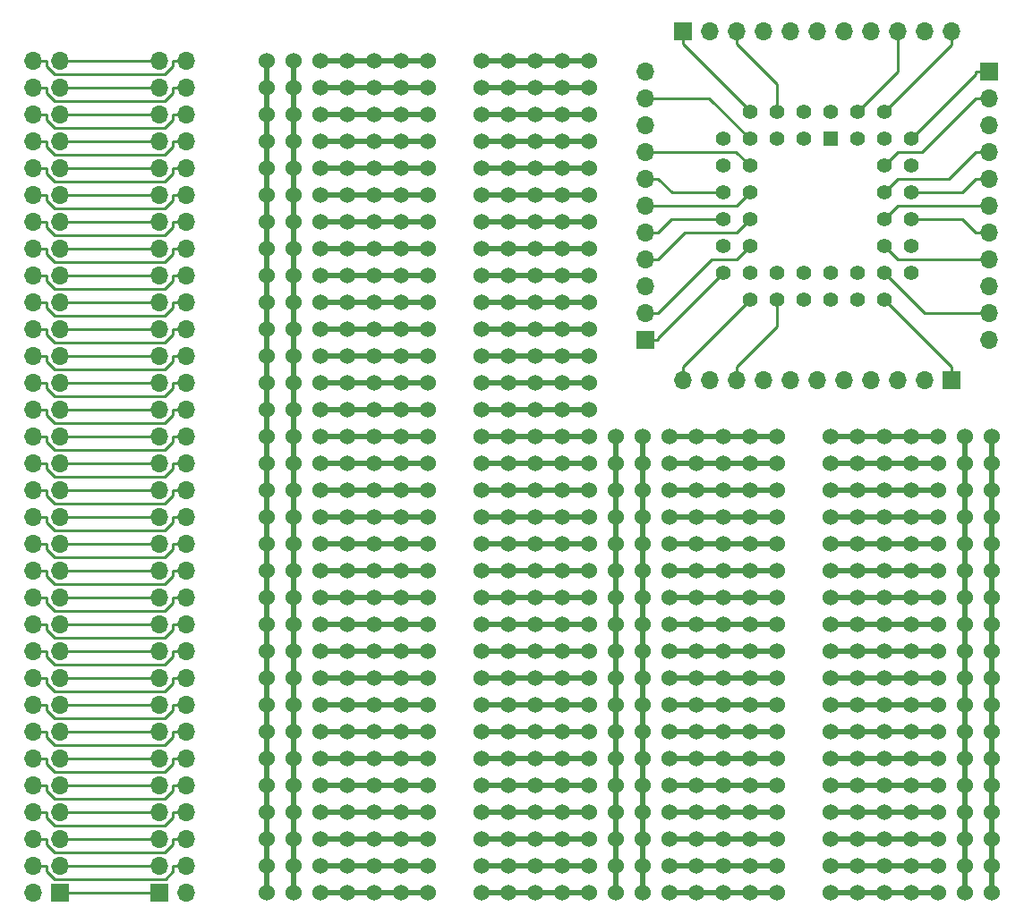
<source format=gtl>
G04 #@! TF.GenerationSoftware,KiCad,Pcbnew,(6.0.2)*
G04 #@! TF.CreationDate,2022-10-17T08:50:39-07:00*
G04 #@! TF.ProjectId,Protoboard PLCC,50726f74-6f62-46f6-9172-6420504c4343,1.0*
G04 #@! TF.SameCoordinates,Original*
G04 #@! TF.FileFunction,Copper,L1,Top*
G04 #@! TF.FilePolarity,Positive*
%FSLAX46Y46*%
G04 Gerber Fmt 4.6, Leading zero omitted, Abs format (unit mm)*
G04 Created by KiCad (PCBNEW (6.0.2)) date 2022-10-17 08:50:39*
%MOMM*%
%LPD*%
G01*
G04 APERTURE LIST*
G04 #@! TA.AperFunction,ComponentPad*
%ADD10C,1.524000*%
G04 #@! TD*
G04 #@! TA.AperFunction,ComponentPad*
%ADD11R,1.700000X1.700000*%
G04 #@! TD*
G04 #@! TA.AperFunction,ComponentPad*
%ADD12O,1.700000X1.700000*%
G04 #@! TD*
G04 #@! TA.AperFunction,ComponentPad*
%ADD13R,1.422400X1.422400*%
G04 #@! TD*
G04 #@! TA.AperFunction,ComponentPad*
%ADD14C,1.422400*%
G04 #@! TD*
G04 #@! TA.AperFunction,Conductor*
%ADD15C,0.500000*%
G04 #@! TD*
G04 #@! TA.AperFunction,Conductor*
%ADD16C,0.254000*%
G04 #@! TD*
G04 #@! TA.AperFunction,Conductor*
%ADD17C,0.200000*%
G04 #@! TD*
G04 APERTURE END LIST*
D10*
X176022000Y-107948000D03*
X178562000Y-107948000D03*
X181102000Y-107948000D03*
X183642000Y-107948000D03*
X186182000Y-107948000D03*
X176022000Y-110488000D03*
X178562000Y-110488000D03*
X181102000Y-110488000D03*
X183642000Y-110488000D03*
X186182000Y-110488000D03*
X176022000Y-92710000D03*
X178562000Y-92710000D03*
X181102000Y-92710000D03*
X183642000Y-92710000D03*
X186182000Y-92710000D03*
X176022000Y-95250000D03*
X178562000Y-95250000D03*
X181102000Y-95250000D03*
X183642000Y-95250000D03*
X186182000Y-95250000D03*
X176022000Y-97788000D03*
X178562000Y-97788000D03*
X181102000Y-97788000D03*
X183642000Y-97788000D03*
X186182000Y-97788000D03*
X176022000Y-100328000D03*
X178562000Y-100328000D03*
X181102000Y-100328000D03*
X183642000Y-100328000D03*
X186182000Y-100328000D03*
X176022000Y-118108000D03*
X178562000Y-118108000D03*
X181102000Y-118108000D03*
X183642000Y-118108000D03*
X186182000Y-118108000D03*
X176022000Y-120648000D03*
X178562000Y-120648000D03*
X181102000Y-120648000D03*
X183642000Y-120648000D03*
X186182000Y-120648000D03*
X176022000Y-123188000D03*
X178562000Y-123188000D03*
X181102000Y-123188000D03*
X183642000Y-123188000D03*
X186182000Y-123188000D03*
X176022000Y-125728000D03*
X178562000Y-125728000D03*
X181102000Y-125728000D03*
X183642000Y-125728000D03*
X186182000Y-125728000D03*
X176022000Y-102868000D03*
X178562000Y-102868000D03*
X181102000Y-102868000D03*
X183642000Y-102868000D03*
X186182000Y-102868000D03*
X176022000Y-105408000D03*
X178562000Y-105408000D03*
X181102000Y-105408000D03*
X183642000Y-105408000D03*
X186182000Y-105408000D03*
X176022000Y-128270000D03*
X178562000Y-128270000D03*
X181102000Y-128270000D03*
X183642000Y-128270000D03*
X186182000Y-128270000D03*
X176022000Y-130810000D03*
X178562000Y-130810000D03*
X181102000Y-130810000D03*
X183642000Y-130810000D03*
X186182000Y-130810000D03*
X176022000Y-133350000D03*
X178562000Y-133350000D03*
X181102000Y-133350000D03*
X183642000Y-133350000D03*
X186182000Y-133350000D03*
X176022000Y-135890000D03*
X178562000Y-135890000D03*
X181102000Y-135890000D03*
X183642000Y-135890000D03*
X186182000Y-135890000D03*
X176022000Y-113030000D03*
X178562000Y-113030000D03*
X181102000Y-113030000D03*
X183642000Y-113030000D03*
X186182000Y-113030000D03*
X176022000Y-115570000D03*
X178562000Y-115570000D03*
X181102000Y-115570000D03*
X183642000Y-115570000D03*
X186182000Y-115570000D03*
X158242000Y-135890000D03*
X155702000Y-135890000D03*
X170942000Y-110488000D03*
X168402000Y-110488000D03*
X165862000Y-110488000D03*
X163322000Y-110488000D03*
X160782000Y-110488000D03*
X170942000Y-107948000D03*
X168402000Y-107948000D03*
X165862000Y-107948000D03*
X163322000Y-107948000D03*
X160782000Y-107948000D03*
X170942000Y-100328000D03*
X168402000Y-100328000D03*
X165862000Y-100328000D03*
X163322000Y-100328000D03*
X160782000Y-100328000D03*
X170942000Y-97788000D03*
X168402000Y-97788000D03*
X165862000Y-97788000D03*
X163322000Y-97788000D03*
X160782000Y-97788000D03*
X170942000Y-120648000D03*
X168402000Y-120648000D03*
X165862000Y-120648000D03*
X163322000Y-120648000D03*
X160782000Y-120648000D03*
X170942000Y-118108000D03*
X168402000Y-118108000D03*
X165862000Y-118108000D03*
X163322000Y-118108000D03*
X160782000Y-118108000D03*
X170942000Y-125728000D03*
X168402000Y-125728000D03*
X165862000Y-125728000D03*
X163322000Y-125728000D03*
X160782000Y-125728000D03*
X170942000Y-123188000D03*
X168402000Y-123188000D03*
X165862000Y-123188000D03*
X163322000Y-123188000D03*
X160782000Y-123188000D03*
X170942000Y-95250000D03*
X168402000Y-95250000D03*
X165862000Y-95250000D03*
X163322000Y-95250000D03*
X160782000Y-95250000D03*
X170942000Y-92710000D03*
X168402000Y-92710000D03*
X165862000Y-92710000D03*
X163322000Y-92710000D03*
X160782000Y-92710000D03*
X170942000Y-105408000D03*
X168402000Y-105408000D03*
X165862000Y-105408000D03*
X163322000Y-105408000D03*
X160782000Y-105408000D03*
X170942000Y-102868000D03*
X168402000Y-102868000D03*
X165862000Y-102868000D03*
X163322000Y-102868000D03*
X160782000Y-102868000D03*
X170942000Y-130810000D03*
X168402000Y-130810000D03*
X165862000Y-130810000D03*
X163322000Y-130810000D03*
X160782000Y-130810000D03*
X170942000Y-128270000D03*
X168402000Y-128270000D03*
X165862000Y-128270000D03*
X163322000Y-128270000D03*
X160782000Y-128270000D03*
X170942000Y-135890000D03*
X168402000Y-135890000D03*
X165862000Y-135890000D03*
X163322000Y-135890000D03*
X160782000Y-135890000D03*
X170942000Y-133350000D03*
X168402000Y-133350000D03*
X165862000Y-133350000D03*
X163322000Y-133350000D03*
X160782000Y-133350000D03*
X170942000Y-115570000D03*
X168402000Y-115570000D03*
X165862000Y-115570000D03*
X163322000Y-115570000D03*
X160782000Y-115570000D03*
X170942000Y-113030000D03*
X168402000Y-113030000D03*
X165862000Y-113030000D03*
X163322000Y-113030000D03*
X160782000Y-113030000D03*
X127762000Y-133350000D03*
X130302000Y-133350000D03*
X132842000Y-133350000D03*
X135382000Y-133350000D03*
X137922000Y-133350000D03*
X127762000Y-135890000D03*
X130302000Y-135890000D03*
X132842000Y-135890000D03*
X135382000Y-135890000D03*
X137922000Y-135890000D03*
X127762000Y-77472000D03*
X130302000Y-77472000D03*
X132842000Y-77472000D03*
X135382000Y-77472000D03*
X137922000Y-77472000D03*
X127762000Y-80012000D03*
X130302000Y-80012000D03*
X132842000Y-80012000D03*
X135382000Y-80012000D03*
X137922000Y-80012000D03*
X127762000Y-67310000D03*
X130302000Y-67310000D03*
X132842000Y-67310000D03*
X135382000Y-67310000D03*
X137922000Y-67310000D03*
X127762000Y-69850000D03*
X130302000Y-69850000D03*
X132842000Y-69850000D03*
X135382000Y-69850000D03*
X137922000Y-69850000D03*
X127762000Y-72390000D03*
X130302000Y-72390000D03*
X132842000Y-72390000D03*
X135382000Y-72390000D03*
X137922000Y-72390000D03*
X127762000Y-74930000D03*
X130302000Y-74930000D03*
X132842000Y-74930000D03*
X135382000Y-74930000D03*
X137922000Y-74930000D03*
X137922000Y-64770000D03*
X135382000Y-64770000D03*
X132842000Y-64770000D03*
X130302000Y-64770000D03*
X127762000Y-64770000D03*
X137922000Y-62230000D03*
X135382000Y-62230000D03*
X132842000Y-62230000D03*
X130302000Y-62230000D03*
X127762000Y-62230000D03*
X127762000Y-82550000D03*
X130302000Y-82550000D03*
X132842000Y-82550000D03*
X135382000Y-82550000D03*
X137922000Y-82550000D03*
X127762000Y-85090000D03*
X130302000Y-85090000D03*
X132842000Y-85090000D03*
X135382000Y-85090000D03*
X137922000Y-85090000D03*
X127762000Y-107948000D03*
X130302000Y-107948000D03*
X132842000Y-107948000D03*
X135382000Y-107948000D03*
X137922000Y-107948000D03*
X127762000Y-110488000D03*
X130302000Y-110488000D03*
X132842000Y-110488000D03*
X135382000Y-110488000D03*
X137922000Y-110488000D03*
X127762000Y-97788000D03*
X130302000Y-97788000D03*
X132842000Y-97788000D03*
X135382000Y-97788000D03*
X137922000Y-97788000D03*
X127762000Y-100328000D03*
X130302000Y-100328000D03*
X132842000Y-100328000D03*
X135382000Y-100328000D03*
X137922000Y-100328000D03*
X127762000Y-118108000D03*
X130302000Y-118108000D03*
X132842000Y-118108000D03*
X135382000Y-118108000D03*
X137922000Y-118108000D03*
X127762000Y-120648000D03*
X130302000Y-120648000D03*
X132842000Y-120648000D03*
X135382000Y-120648000D03*
X137922000Y-120648000D03*
X127762000Y-123188000D03*
X130302000Y-123188000D03*
X132842000Y-123188000D03*
X135382000Y-123188000D03*
X137922000Y-123188000D03*
X127762000Y-125728000D03*
X130302000Y-125728000D03*
X132842000Y-125728000D03*
X135382000Y-125728000D03*
X137922000Y-125728000D03*
X127762000Y-92710000D03*
X130302000Y-92710000D03*
X132842000Y-92710000D03*
X135382000Y-92710000D03*
X137922000Y-92710000D03*
X127762000Y-95250000D03*
X130302000Y-95250000D03*
X132842000Y-95250000D03*
X135382000Y-95250000D03*
X137922000Y-95250000D03*
X127762000Y-87630000D03*
X130302000Y-87630000D03*
X132842000Y-87630000D03*
X135382000Y-87630000D03*
X137922000Y-87630000D03*
X127762000Y-90170000D03*
X130302000Y-90170000D03*
X132842000Y-90170000D03*
X135382000Y-90170000D03*
X137922000Y-90170000D03*
X127762000Y-102868000D03*
X130302000Y-102868000D03*
X132842000Y-102868000D03*
X135382000Y-102868000D03*
X137922000Y-102868000D03*
X127762000Y-105408000D03*
X130302000Y-105408000D03*
X132842000Y-105408000D03*
X135382000Y-105408000D03*
X137922000Y-105408000D03*
X127762000Y-128270000D03*
X130302000Y-128270000D03*
X132842000Y-128270000D03*
X135382000Y-128270000D03*
X137922000Y-128270000D03*
X127762000Y-130810000D03*
X130302000Y-130810000D03*
X132842000Y-130810000D03*
X135382000Y-130810000D03*
X137922000Y-130810000D03*
X127762000Y-113030000D03*
X130302000Y-113030000D03*
X132842000Y-113030000D03*
X135382000Y-113030000D03*
X137922000Y-113030000D03*
X127762000Y-115570000D03*
X130302000Y-115570000D03*
X132842000Y-115570000D03*
X135382000Y-115570000D03*
X137922000Y-115570000D03*
X127762000Y-57152000D03*
X130302000Y-57152000D03*
X132842000Y-57152000D03*
X135382000Y-57152000D03*
X137922000Y-57152000D03*
X127762000Y-59692000D03*
X130302000Y-59692000D03*
X132842000Y-59692000D03*
X135382000Y-59692000D03*
X137922000Y-59692000D03*
X143002000Y-128270000D03*
X145542000Y-128270000D03*
X148082000Y-128270000D03*
X150622000Y-128270000D03*
X153162000Y-128270000D03*
X143002000Y-130810000D03*
X145542000Y-130810000D03*
X148082000Y-130810000D03*
X150622000Y-130810000D03*
X153162000Y-130810000D03*
X143002000Y-133350000D03*
X145542000Y-133350000D03*
X148082000Y-133350000D03*
X150622000Y-133350000D03*
X153162000Y-133350000D03*
X143002000Y-135890000D03*
X145542000Y-135890000D03*
X148082000Y-135890000D03*
X150622000Y-135890000D03*
X153162000Y-135890000D03*
X143002000Y-113030000D03*
X145542000Y-113030000D03*
X148082000Y-113030000D03*
X150622000Y-113030000D03*
X153162000Y-113030000D03*
X143002000Y-115570000D03*
X145542000Y-115570000D03*
X148082000Y-115570000D03*
X150622000Y-115570000D03*
X153162000Y-115570000D03*
X143002000Y-102868000D03*
X145542000Y-102868000D03*
X148082000Y-102868000D03*
X150622000Y-102868000D03*
X153162000Y-102868000D03*
X143002000Y-105408000D03*
X145542000Y-105408000D03*
X148082000Y-105408000D03*
X150622000Y-105408000D03*
X153162000Y-105408000D03*
X143002000Y-107948000D03*
X145542000Y-107948000D03*
X148082000Y-107948000D03*
X150622000Y-107948000D03*
X153162000Y-107948000D03*
X143002000Y-110488000D03*
X145542000Y-110488000D03*
X148082000Y-110488000D03*
X150622000Y-110488000D03*
X153162000Y-110488000D03*
X143002000Y-97788000D03*
X145542000Y-97788000D03*
X148082000Y-97788000D03*
X150622000Y-97788000D03*
X153162000Y-97788000D03*
X143002000Y-100328000D03*
X145542000Y-100328000D03*
X148082000Y-100328000D03*
X150622000Y-100328000D03*
X153162000Y-100328000D03*
X143002000Y-118108000D03*
X145542000Y-118108000D03*
X148082000Y-118108000D03*
X150622000Y-118108000D03*
X153162000Y-118108000D03*
X143002000Y-120648000D03*
X145542000Y-120648000D03*
X148082000Y-120648000D03*
X150622000Y-120648000D03*
X153162000Y-120648000D03*
X143002000Y-123188000D03*
X145542000Y-123188000D03*
X148082000Y-123188000D03*
X150622000Y-123188000D03*
X153162000Y-123188000D03*
X143002000Y-125728000D03*
X145542000Y-125728000D03*
X148082000Y-125728000D03*
X150622000Y-125728000D03*
X153162000Y-125728000D03*
X143002000Y-92710000D03*
X145542000Y-92710000D03*
X148082000Y-92710000D03*
X150622000Y-92710000D03*
X153162000Y-92710000D03*
X143002000Y-95250000D03*
X145542000Y-95250000D03*
X148082000Y-95250000D03*
X150622000Y-95250000D03*
X153162000Y-95250000D03*
X143002000Y-87630000D03*
X145542000Y-87630000D03*
X148082000Y-87630000D03*
X150622000Y-87630000D03*
X153162000Y-87630000D03*
X143002000Y-90170000D03*
X145542000Y-90170000D03*
X148082000Y-90170000D03*
X150622000Y-90170000D03*
X153162000Y-90170000D03*
X143002000Y-82550000D03*
X145542000Y-82550000D03*
X148082000Y-82550000D03*
X150622000Y-82550000D03*
X153162000Y-82550000D03*
X143002000Y-85090000D03*
X145542000Y-85090000D03*
X148082000Y-85090000D03*
X150622000Y-85090000D03*
X153162000Y-85090000D03*
X143002000Y-77472000D03*
X145542000Y-77472000D03*
X148082000Y-77472000D03*
X150622000Y-77472000D03*
X153162000Y-77472000D03*
X143002000Y-80012000D03*
X145542000Y-80012000D03*
X148082000Y-80012000D03*
X150622000Y-80012000D03*
X153162000Y-80012000D03*
X143002000Y-72390000D03*
X145542000Y-72390000D03*
X148082000Y-72390000D03*
X150622000Y-72390000D03*
X153162000Y-72390000D03*
X143002000Y-74930000D03*
X145542000Y-74930000D03*
X148082000Y-74930000D03*
X150622000Y-74930000D03*
X153162000Y-74930000D03*
X143002000Y-67310000D03*
X145542000Y-67310000D03*
X148082000Y-67310000D03*
X150622000Y-67310000D03*
X153162000Y-67310000D03*
X143002000Y-69850000D03*
X145542000Y-69850000D03*
X148082000Y-69850000D03*
X150622000Y-69850000D03*
X153162000Y-69850000D03*
X143002000Y-62230000D03*
X145542000Y-62230000D03*
X148082000Y-62230000D03*
X150622000Y-62230000D03*
X153162000Y-62230000D03*
X143002000Y-64770000D03*
X145542000Y-64770000D03*
X148082000Y-64770000D03*
X150622000Y-64770000D03*
X153162000Y-64770000D03*
X125222000Y-95250000D03*
X125222000Y-97790000D03*
X125222000Y-100330000D03*
X125222000Y-102870000D03*
X125222000Y-105410000D03*
X122682000Y-95250000D03*
X122682000Y-97790000D03*
X122682000Y-100330000D03*
X122682000Y-102870000D03*
X122682000Y-105410000D03*
X125222000Y-82550000D03*
X125222000Y-85090000D03*
X125222000Y-87630000D03*
X125222000Y-90170000D03*
X125222000Y-92710000D03*
X122682000Y-82550000D03*
X122682000Y-85090000D03*
X122682000Y-87630000D03*
X122682000Y-90170000D03*
X122682000Y-92710000D03*
X125222000Y-69850000D03*
X125222000Y-72390000D03*
X125222000Y-74930000D03*
X125222000Y-77470000D03*
X125222000Y-80010000D03*
X125222000Y-57150000D03*
X125222000Y-59690000D03*
X125222000Y-62230000D03*
X125222000Y-64770000D03*
X125222000Y-67310000D03*
X122682000Y-69850000D03*
X122682000Y-72390000D03*
X122682000Y-74930000D03*
X122682000Y-77470000D03*
X122682000Y-80010000D03*
X122682000Y-57150000D03*
X122682000Y-59690000D03*
X122682000Y-62230000D03*
X122682000Y-64770000D03*
X122682000Y-67310000D03*
X191260000Y-135890000D03*
X188720000Y-135890000D03*
X191260000Y-133352000D03*
X188720000Y-133352000D03*
X191260000Y-130812000D03*
X188720000Y-130812000D03*
X158242000Y-118110000D03*
X158242000Y-120650000D03*
X158242000Y-123190000D03*
X158242000Y-125730000D03*
X158242000Y-128270000D03*
X155702000Y-118110000D03*
X155702000Y-120650000D03*
X155702000Y-123190000D03*
X155702000Y-125730000D03*
X155702000Y-128270000D03*
D11*
X112522000Y-135890000D03*
D12*
X115062000Y-135890000D03*
X112522000Y-133350000D03*
X115062000Y-133350000D03*
X112522000Y-130810000D03*
X115062000Y-130810000D03*
X112522000Y-128270000D03*
X115062000Y-128270000D03*
X112522000Y-125730000D03*
X115062000Y-125730000D03*
X112522000Y-123190000D03*
X115062000Y-123190000D03*
X112522000Y-120650000D03*
X115062000Y-120650000D03*
X112522000Y-118110000D03*
X115062000Y-118110000D03*
X112522000Y-115570000D03*
X115062000Y-115570000D03*
X112522000Y-113030000D03*
X115062000Y-113030000D03*
X112522000Y-110490000D03*
X115062000Y-110490000D03*
X112522000Y-107950000D03*
X115062000Y-107950000D03*
X112522000Y-105410000D03*
X115062000Y-105410000D03*
X112522000Y-102870000D03*
X115062000Y-102870000D03*
X112522000Y-100330000D03*
X115062000Y-100330000D03*
X112522000Y-97790000D03*
X115062000Y-97790000D03*
X112522000Y-95250000D03*
X115062000Y-95250000D03*
X112522000Y-92710000D03*
X115062000Y-92710000D03*
X112522000Y-90170000D03*
X115062000Y-90170000D03*
X112522000Y-87630000D03*
X115062000Y-87630000D03*
X112522000Y-85090000D03*
X115062000Y-85090000D03*
X112522000Y-82550000D03*
X115062000Y-82550000D03*
X112522000Y-80010000D03*
X115062000Y-80010000D03*
X112522000Y-77470000D03*
X115062000Y-77470000D03*
X112522000Y-74930000D03*
X115062000Y-74930000D03*
X112522000Y-72390000D03*
X115062000Y-72390000D03*
X112522000Y-69850000D03*
X115062000Y-69850000D03*
X112522000Y-67310000D03*
X115062000Y-67310000D03*
X112522000Y-64770000D03*
X115062000Y-64770000D03*
X112522000Y-62230000D03*
X115062000Y-62230000D03*
X112522000Y-59690000D03*
X115062000Y-59690000D03*
X112522000Y-57150000D03*
X115062000Y-57150000D03*
D11*
X162052000Y-54320000D03*
D12*
X164592000Y-54320000D03*
X167132000Y-54320000D03*
X169672000Y-54320000D03*
X172212000Y-54320000D03*
X174752000Y-54320000D03*
X177292000Y-54320000D03*
X179832000Y-54320000D03*
X182372000Y-54320000D03*
X184912000Y-54320000D03*
X187452000Y-54320000D03*
D11*
X158496000Y-83530000D03*
D12*
X158496000Y-80990000D03*
X158496000Y-78450000D03*
X158496000Y-75910000D03*
X158496000Y-73370000D03*
X158496000Y-70830000D03*
X158496000Y-68290000D03*
X158496000Y-65750000D03*
X158496000Y-63210000D03*
X158496000Y-60670000D03*
X158496000Y-58130000D03*
D11*
X191008000Y-58166000D03*
D12*
X191008000Y-60706000D03*
X191008000Y-63246000D03*
X191008000Y-65786000D03*
X191008000Y-68326000D03*
X191008000Y-70866000D03*
X191008000Y-73406000D03*
X191008000Y-75946000D03*
X191008000Y-78486000D03*
X191008000Y-81026000D03*
X191008000Y-83566000D03*
D10*
X143002000Y-57152000D03*
X145542000Y-57152000D03*
X148082000Y-57152000D03*
X150622000Y-57152000D03*
X153162000Y-57152000D03*
X143002000Y-59692000D03*
X145542000Y-59692000D03*
X148082000Y-59692000D03*
X150622000Y-59692000D03*
X153162000Y-59692000D03*
X158242000Y-105410000D03*
X158242000Y-107950000D03*
X158242000Y-110490000D03*
X158242000Y-113030000D03*
X158242000Y-115570000D03*
X155702000Y-105410000D03*
X155702000Y-107950000D03*
X155702000Y-110490000D03*
X155702000Y-113030000D03*
X155702000Y-115570000D03*
X188722000Y-102870000D03*
X188722000Y-100330000D03*
X188722000Y-97790000D03*
X188722000Y-95250000D03*
X188722000Y-92710000D03*
X191262000Y-102870000D03*
X191262000Y-100330000D03*
X191262000Y-97790000D03*
X191262000Y-95250000D03*
X191262000Y-92710000D03*
X155704000Y-102870000D03*
X155704000Y-100330000D03*
X155704000Y-97790000D03*
X155704000Y-95250000D03*
X155704000Y-92710000D03*
X158244000Y-102870000D03*
X158244000Y-100330000D03*
X158244000Y-97790000D03*
X158244000Y-95250000D03*
X158244000Y-92710000D03*
X122682000Y-118110000D03*
X122682000Y-115570000D03*
X122682000Y-113030000D03*
X122682000Y-110490000D03*
X122682000Y-107950000D03*
X125222000Y-118110000D03*
X125222000Y-115570000D03*
X125222000Y-113030000D03*
X125222000Y-110490000D03*
X125222000Y-107950000D03*
D11*
X103160000Y-135895000D03*
D12*
X100620000Y-135895000D03*
X103160000Y-133355000D03*
X100620000Y-133355000D03*
X103160000Y-130815000D03*
X100620000Y-130815000D03*
X103160000Y-128275000D03*
X100620000Y-128275000D03*
X103160000Y-125735000D03*
X100620000Y-125735000D03*
X103160000Y-123195000D03*
X100620000Y-123195000D03*
X103160000Y-120655000D03*
X100620000Y-120655000D03*
X103160000Y-118115000D03*
X100620000Y-118115000D03*
X103160000Y-115575000D03*
X100620000Y-115575000D03*
X103160000Y-113035000D03*
X100620000Y-113035000D03*
X103160000Y-110495000D03*
X100620000Y-110495000D03*
X103160000Y-107955000D03*
X100620000Y-107955000D03*
X103160000Y-105415000D03*
X100620000Y-105415000D03*
X103160000Y-102875000D03*
X100620000Y-102875000D03*
X103160000Y-100335000D03*
X100620000Y-100335000D03*
X103160000Y-97795000D03*
X100620000Y-97795000D03*
X103160000Y-95255000D03*
X100620000Y-95255000D03*
X103160000Y-92715000D03*
X100620000Y-92715000D03*
X103160000Y-90175000D03*
X100620000Y-90175000D03*
X103160000Y-87635000D03*
X100620000Y-87635000D03*
X103160000Y-85095000D03*
X100620000Y-85095000D03*
X103160000Y-82555000D03*
X100620000Y-82555000D03*
X103160000Y-80015000D03*
X100620000Y-80015000D03*
X103160000Y-77475000D03*
X100620000Y-77475000D03*
X103160000Y-74935000D03*
X100620000Y-74935000D03*
X103160000Y-72395000D03*
X100620000Y-72395000D03*
X103160000Y-69855000D03*
X100620000Y-69855000D03*
X103160000Y-67315000D03*
X100620000Y-67315000D03*
X103160000Y-64775000D03*
X100620000Y-64775000D03*
X103160000Y-62235000D03*
X100620000Y-62235000D03*
X103160000Y-59695000D03*
X100620000Y-59695000D03*
X103160000Y-57155000D03*
X100620000Y-57155000D03*
D10*
X155702000Y-130810000D03*
X158242000Y-130810000D03*
X155702000Y-133350000D03*
X158242000Y-133350000D03*
X122682000Y-135890000D03*
X125222000Y-135890000D03*
X122682000Y-133350000D03*
X125222000Y-133350000D03*
X188720000Y-115570000D03*
X188720000Y-113030000D03*
X188720000Y-110490000D03*
X188720000Y-107950000D03*
X188720000Y-105410000D03*
X191260000Y-115570000D03*
X191260000Y-113030000D03*
X191260000Y-110490000D03*
X191260000Y-107950000D03*
X191260000Y-105410000D03*
X188720000Y-128270000D03*
X188720000Y-125730000D03*
X188720000Y-123190000D03*
X188720000Y-120650000D03*
X188720000Y-118110000D03*
X191260000Y-128270000D03*
X191260000Y-125730000D03*
X191260000Y-123190000D03*
X191260000Y-120650000D03*
X191260000Y-118110000D03*
D11*
X187452000Y-87340000D03*
D12*
X184912000Y-87340000D03*
X182372000Y-87340000D03*
X179832000Y-87340000D03*
X177292000Y-87340000D03*
X174752000Y-87340000D03*
X172212000Y-87340000D03*
X169672000Y-87340000D03*
X167132000Y-87340000D03*
X164592000Y-87340000D03*
X162052000Y-87340000D03*
D10*
X122682000Y-130810000D03*
X122682000Y-128270000D03*
X122682000Y-125730000D03*
X122682000Y-123190000D03*
X122682000Y-120650000D03*
X125222000Y-130810000D03*
X125222000Y-128270000D03*
X125222000Y-125730000D03*
X125222000Y-123190000D03*
X125222000Y-120650000D03*
D13*
X176022000Y-64516000D03*
D14*
X173482000Y-61976000D03*
X173482000Y-64516000D03*
X170942000Y-61976000D03*
X170942000Y-64516000D03*
X168402000Y-61976000D03*
X165862000Y-64516000D03*
X168402000Y-64516000D03*
X165862000Y-67056000D03*
X168402000Y-67056000D03*
X165862000Y-69596000D03*
X168402000Y-69596000D03*
X165862000Y-72136000D03*
X168402000Y-72136000D03*
X165862000Y-74676000D03*
X168402000Y-74676000D03*
X165862000Y-77216000D03*
X168402000Y-79756000D03*
X168402000Y-77216000D03*
X170942000Y-79756000D03*
X170942000Y-77216000D03*
X173482000Y-79756000D03*
X173482000Y-77216000D03*
X176022000Y-79756000D03*
X176022000Y-77216000D03*
X178562000Y-79756000D03*
X178562000Y-77216000D03*
X181102000Y-79756000D03*
X183642000Y-77216000D03*
X181102000Y-77216000D03*
X183642000Y-74676000D03*
X181102000Y-74676000D03*
X183642000Y-72136000D03*
X181102000Y-72136000D03*
X183642000Y-69596000D03*
X181102000Y-69596000D03*
X183642000Y-67056000D03*
X181102000Y-67056000D03*
X183642000Y-64516000D03*
X181102000Y-61976000D03*
X181102000Y-64516000D03*
X178562000Y-61976000D03*
X178562000Y-64516000D03*
X176022000Y-61976000D03*
D15*
X125222000Y-105410000D02*
X125222000Y-135890000D01*
X125222000Y-105410000D02*
X125222000Y-57150000D01*
X122682000Y-105410000D02*
X122682000Y-135890000D01*
X122682000Y-105410000D02*
X122682000Y-57150000D01*
X176022000Y-92710000D02*
X186182000Y-92710000D01*
X186182000Y-115570000D02*
X176022000Y-115570000D01*
X186182000Y-105408000D02*
X176022000Y-105408000D01*
X186182000Y-130810000D02*
X176022000Y-130810000D01*
X186182000Y-125728000D02*
X176022000Y-125728000D01*
X176022000Y-128270000D02*
X186182000Y-128270000D01*
X176022000Y-107948000D02*
X186182000Y-107948000D01*
X186182000Y-110488000D02*
X176022000Y-110488000D01*
X186182000Y-100328000D02*
X176022000Y-100328000D01*
X176022000Y-97788000D02*
X186182000Y-97788000D01*
X176022000Y-102868000D02*
X186182000Y-102868000D01*
X176022000Y-113030000D02*
X186182000Y-113030000D01*
X176022000Y-123188000D02*
X186182000Y-123188000D01*
X176022000Y-133350000D02*
X186182000Y-133350000D01*
X186182000Y-135890000D02*
X176022000Y-135890000D01*
X186182000Y-120648000D02*
X176022000Y-120648000D01*
X176022000Y-118108000D02*
X186182000Y-118108000D01*
X186182000Y-95250000D02*
X176022000Y-95250000D01*
D16*
X158244000Y-135888000D02*
X158242000Y-135890000D01*
D15*
X158244000Y-92710000D02*
X158244000Y-135888000D01*
D16*
X155702000Y-92712000D02*
X155704000Y-92710000D01*
D15*
X155702000Y-135890000D02*
X155702000Y-92712000D01*
X170942000Y-135890000D02*
X160782000Y-135890000D01*
X160782000Y-128270000D02*
X170942000Y-128270000D01*
X170942000Y-130810000D02*
X160782000Y-130810000D01*
X160782000Y-133350000D02*
X170942000Y-133350000D01*
X160782000Y-107948000D02*
X170942000Y-107948000D01*
X170942000Y-110488000D02*
X160782000Y-110488000D01*
X170942000Y-120648000D02*
X160782000Y-120648000D01*
X170942000Y-125728000D02*
X160782000Y-125728000D01*
X160782000Y-113030000D02*
X170942000Y-113030000D01*
X170942000Y-105408000D02*
X160782000Y-105408000D01*
X170942000Y-100328000D02*
X160782000Y-100328000D01*
X160782000Y-118108000D02*
X170942000Y-118108000D01*
X160782000Y-102868000D02*
X170942000Y-102868000D01*
X170942000Y-115570000D02*
X160782000Y-115570000D01*
X160782000Y-123188000D02*
X170942000Y-123188000D01*
X160782000Y-92710000D02*
X170942000Y-92710000D01*
X160782000Y-97788000D02*
X170942000Y-97788000D01*
X170942000Y-95250000D02*
X160782000Y-95250000D01*
X127762000Y-133350000D02*
X137922000Y-133350000D01*
X137922000Y-135890000D02*
X127762000Y-135890000D01*
X127762000Y-77472000D02*
X137922000Y-77472000D01*
X137922000Y-80012000D02*
X127762000Y-80012000D01*
X127762000Y-128270000D02*
X137922000Y-128270000D01*
X137922000Y-130810000D02*
X127762000Y-130810000D01*
X127762000Y-107948000D02*
X137922000Y-107948000D01*
X137922000Y-110488000D02*
X127762000Y-110488000D01*
X137922000Y-120648000D02*
X127762000Y-120648000D01*
X137922000Y-125728000D02*
X127762000Y-125728000D01*
X127762000Y-113030000D02*
X137922000Y-113030000D01*
X137922000Y-105408000D02*
X127762000Y-105408000D01*
X137922000Y-100328000D02*
X127762000Y-100328000D01*
X127762000Y-118108000D02*
X137922000Y-118108000D01*
X127762000Y-102868000D02*
X137922000Y-102868000D01*
X137922000Y-115570000D02*
X127762000Y-115570000D01*
X127762000Y-123188000D02*
X137922000Y-123188000D01*
X127762000Y-92710000D02*
X137922000Y-92710000D01*
X127762000Y-97788000D02*
X137922000Y-97788000D01*
X137922000Y-95250000D02*
X127762000Y-95250000D01*
X137922000Y-90170000D02*
X127762000Y-90170000D01*
X127762000Y-87630000D02*
X137922000Y-87630000D01*
X137922000Y-85090000D02*
X127762000Y-85090000D01*
X127762000Y-82550000D02*
X137922000Y-82550000D01*
X138430000Y-59692000D02*
X128270000Y-59692000D01*
X128270000Y-57152000D02*
X138430000Y-57152000D01*
X128270000Y-62230000D02*
X138430000Y-62230000D01*
X137922000Y-64770000D02*
X127762000Y-64770000D01*
X137922000Y-69850000D02*
X127762000Y-69850000D01*
X127762000Y-67310000D02*
X137922000Y-67310000D01*
X137922000Y-74930000D02*
X127762000Y-74930000D01*
X127762000Y-72390000D02*
X137922000Y-72390000D01*
X153162000Y-130810000D02*
X143002000Y-130810000D01*
X153162000Y-135890000D02*
X143002000Y-135890000D01*
X143002000Y-128270000D02*
X153162000Y-128270000D01*
X143002000Y-133350000D02*
X153162000Y-133350000D01*
X143002000Y-113030000D02*
X153162000Y-113030000D01*
X153162000Y-115570000D02*
X143002000Y-115570000D01*
X153162000Y-125728000D02*
X143002000Y-125728000D01*
X143002000Y-123188000D02*
X153162000Y-123188000D01*
X153162000Y-120648000D02*
X143002000Y-120648000D01*
X143002000Y-118108000D02*
X153162000Y-118108000D01*
X153162000Y-95250000D02*
X143002000Y-95250000D01*
X143002000Y-92710000D02*
X153162000Y-92710000D01*
X143002000Y-97788000D02*
X153162000Y-97788000D01*
X153162000Y-100328000D02*
X143002000Y-100328000D01*
X153162000Y-105408000D02*
X143002000Y-105408000D01*
X143002000Y-102868000D02*
X153162000Y-102868000D01*
X153162000Y-110488000D02*
X143002000Y-110488000D01*
X143002000Y-107948000D02*
X153162000Y-107948000D01*
X153162000Y-90170000D02*
X143002000Y-90170000D01*
X143002000Y-87630000D02*
X153162000Y-87630000D01*
X153162000Y-85090000D02*
X143002000Y-85090000D01*
X143002000Y-82550000D02*
X153162000Y-82550000D01*
X153162000Y-80012000D02*
X143002000Y-80012000D01*
X143002000Y-77472000D02*
X153162000Y-77472000D01*
X153162000Y-74930000D02*
X143002000Y-74930000D01*
X143002000Y-72390000D02*
X153162000Y-72390000D01*
X153162000Y-69850000D02*
X143002000Y-69850000D01*
X143002000Y-67310000D02*
X153162000Y-67310000D01*
X153162000Y-64770000D02*
X143002000Y-64770000D01*
X143002000Y-62230000D02*
X153162000Y-62230000D01*
X153162000Y-59692000D02*
X143002000Y-59692000D01*
X143002000Y-57152000D02*
X153162000Y-57152000D01*
X191262000Y-92710000D02*
X191262000Y-135888000D01*
D17*
X191262000Y-135888000D02*
X191260000Y-135890000D01*
D16*
X189229000Y-92711000D02*
X189231000Y-92709000D01*
D15*
X188720000Y-135890000D02*
X188720000Y-92712000D01*
D16*
X101851000Y-130815000D02*
X101851000Y-131277000D01*
X101851000Y-131277000D02*
X102655000Y-132080000D01*
X102655000Y-132080000D02*
X113071000Y-132080000D01*
X113831000Y-131320000D02*
X113831000Y-130810000D01*
X113071000Y-132080000D02*
X113831000Y-131320000D01*
X100620000Y-130815000D02*
X101851000Y-130815000D01*
X113831000Y-130810000D02*
X115062000Y-130810000D01*
X111291000Y-135890000D02*
X111286000Y-135895000D01*
X112522000Y-135890000D02*
X111291000Y-135890000D01*
X111286000Y-135895000D02*
X103160000Y-135895000D01*
X111286000Y-133355000D02*
X111291000Y-133350000D01*
X111291000Y-133350000D02*
X112522000Y-133350000D01*
X103160000Y-133355000D02*
X111286000Y-133355000D01*
X103160000Y-130815000D02*
X111286000Y-130815000D01*
X111291000Y-130810000D02*
X112522000Y-130810000D01*
X111286000Y-130815000D02*
X111291000Y-130810000D01*
X112522000Y-128270000D02*
X111291000Y-128270000D01*
X111286000Y-128275000D02*
X103160000Y-128275000D01*
X111291000Y-128270000D02*
X111286000Y-128275000D01*
X111286000Y-125735000D02*
X111291000Y-125730000D01*
X103160000Y-125735000D02*
X111286000Y-125735000D01*
X111291000Y-125730000D02*
X112522000Y-125730000D01*
X111291000Y-123190000D02*
X112522000Y-123190000D01*
X103160000Y-123195000D02*
X111286000Y-123195000D01*
X111286000Y-123195000D02*
X111291000Y-123190000D01*
X111286000Y-120655000D02*
X111291000Y-120650000D01*
X111291000Y-120650000D02*
X112522000Y-120650000D01*
X103160000Y-120655000D02*
X111286000Y-120655000D01*
X111286000Y-118115000D02*
X103160000Y-118115000D01*
X112522000Y-118110000D02*
X111291000Y-118110000D01*
X111291000Y-118110000D02*
X111286000Y-118115000D01*
X111286000Y-115575000D02*
X111291000Y-115570000D01*
X103160000Y-115575000D02*
X111286000Y-115575000D01*
X111291000Y-115570000D02*
X112522000Y-115570000D01*
X103160000Y-113035000D02*
X111286000Y-113035000D01*
X111286000Y-113035000D02*
X111291000Y-113030000D01*
X111291000Y-113030000D02*
X112522000Y-113030000D01*
X103160000Y-110495000D02*
X111286000Y-110495000D01*
X111291000Y-110490000D02*
X112522000Y-110490000D01*
X111286000Y-110495000D02*
X111291000Y-110490000D01*
X103160000Y-107955000D02*
X111286000Y-107955000D01*
X111286000Y-107955000D02*
X111291000Y-107950000D01*
X111291000Y-107950000D02*
X112522000Y-107950000D01*
X112522000Y-105410000D02*
X111291000Y-105410000D01*
X111291000Y-105410000D02*
X111286000Y-105415000D01*
X111286000Y-105415000D02*
X103160000Y-105415000D01*
X103160000Y-102875000D02*
X111286000Y-102875000D01*
X111286000Y-102875000D02*
X111291000Y-102870000D01*
X111291000Y-102870000D02*
X112522000Y-102870000D01*
X103160000Y-100335000D02*
X111286000Y-100335000D01*
X111286000Y-100335000D02*
X111291000Y-100330000D01*
X111291000Y-100330000D02*
X112522000Y-100330000D01*
X111286000Y-97795000D02*
X111291000Y-97790000D01*
X111291000Y-97790000D02*
X112522000Y-97790000D01*
X103160000Y-97795000D02*
X111286000Y-97795000D01*
X111291000Y-95250000D02*
X112522000Y-95250000D01*
X103160000Y-95255000D02*
X111286000Y-95255000D01*
X111286000Y-95255000D02*
X111291000Y-95250000D01*
X111291000Y-92710000D02*
X111286000Y-92715000D01*
X112522000Y-92710000D02*
X111291000Y-92710000D01*
X111286000Y-92715000D02*
X103160000Y-92715000D01*
X111291000Y-90170000D02*
X111286000Y-90175000D01*
X111286000Y-90175000D02*
X103160000Y-90175000D01*
X112522000Y-90170000D02*
X111291000Y-90170000D01*
X111291000Y-87630000D02*
X112522000Y-87630000D01*
X111286000Y-87635000D02*
X111291000Y-87630000D01*
X103160000Y-87635000D02*
X111286000Y-87635000D01*
X111286000Y-85095000D02*
X103160000Y-85095000D01*
X111291000Y-85090000D02*
X111286000Y-85095000D01*
X112522000Y-85090000D02*
X111291000Y-85090000D01*
X111286000Y-82555000D02*
X111291000Y-82550000D01*
X111291000Y-82550000D02*
X112522000Y-82550000D01*
X103160000Y-82555000D02*
X111286000Y-82555000D01*
X103160000Y-80015000D02*
X111286000Y-80015000D01*
X111286000Y-80015000D02*
X111291000Y-80010000D01*
X111291000Y-80010000D02*
X112522000Y-80010000D01*
X111286000Y-77475000D02*
X111291000Y-77470000D01*
X103160000Y-77475000D02*
X111286000Y-77475000D01*
X111291000Y-77470000D02*
X112522000Y-77470000D01*
X111291000Y-74930000D02*
X111286000Y-74935000D01*
X111286000Y-74935000D02*
X103160000Y-74935000D01*
X112522000Y-74930000D02*
X111291000Y-74930000D01*
X102655000Y-121920000D02*
X113071000Y-121920000D01*
X101851000Y-120655000D02*
X101851000Y-121117000D01*
X113831000Y-120650000D02*
X115062000Y-120650000D01*
X113831000Y-121160000D02*
X113831000Y-120650000D01*
X101851000Y-121117000D02*
X102655000Y-121920000D01*
X100620000Y-120655000D02*
X101851000Y-120655000D01*
X113071000Y-121920000D02*
X113831000Y-121160000D01*
X102655000Y-106680000D02*
X113071000Y-106680000D01*
X113831000Y-105920000D02*
X113831000Y-105410000D01*
X100620000Y-105415000D02*
X101851000Y-105415000D01*
X113071000Y-106680000D02*
X113831000Y-105920000D01*
X101851000Y-105877000D02*
X102655000Y-106680000D01*
X113831000Y-105410000D02*
X115062000Y-105410000D01*
X101851000Y-105415000D02*
X101851000Y-105877000D01*
X101851000Y-133817000D02*
X102641000Y-134606000D01*
X101851000Y-133355000D02*
X101851000Y-133817000D01*
X102641000Y-134606000D02*
X113085000Y-134606000D01*
X113831000Y-133350000D02*
X115062000Y-133350000D01*
X100620000Y-133355000D02*
X101851000Y-133355000D01*
X113831000Y-133860000D02*
X113831000Y-133350000D01*
X113085000Y-134606000D02*
X113831000Y-133860000D01*
X111286000Y-59695000D02*
X111291000Y-59690000D01*
X111291000Y-59690000D02*
X112522000Y-59690000D01*
X103160000Y-59695000D02*
X111286000Y-59695000D01*
X111291000Y-57150000D02*
X112522000Y-57150000D01*
X111286000Y-57155000D02*
X111291000Y-57150000D01*
X103160000Y-57155000D02*
X111286000Y-57155000D01*
X113831000Y-57150000D02*
X115062000Y-57150000D01*
X102655000Y-58420000D02*
X113071000Y-58420000D01*
X101851000Y-57616700D02*
X102655000Y-58420000D01*
X113831000Y-57660200D02*
X113831000Y-57150000D01*
X101851000Y-57155000D02*
X101851000Y-57616700D01*
X113071000Y-58420000D02*
X113831000Y-57660200D01*
X100620000Y-57155000D02*
X101851000Y-57155000D01*
X102655000Y-60960000D02*
X101851000Y-60156700D01*
X101851000Y-59695000D02*
X100620000Y-59695000D01*
X113831000Y-60200200D02*
X113071000Y-60960000D01*
X113071000Y-60960000D02*
X102655000Y-60960000D01*
X101851000Y-60156700D02*
X101851000Y-59695000D01*
X113831000Y-59690000D02*
X113831000Y-60200200D01*
X115062000Y-59690000D02*
X113831000Y-59690000D01*
X113831000Y-62740200D02*
X113831000Y-62230000D01*
X113831000Y-62230000D02*
X115062000Y-62230000D01*
X100620000Y-62235000D02*
X101851000Y-62235000D01*
X102655000Y-63500000D02*
X113071000Y-63500000D01*
X113071000Y-63500000D02*
X113831000Y-62740200D01*
X101851000Y-62696700D02*
X102655000Y-63500000D01*
X101851000Y-62235000D02*
X101851000Y-62696700D01*
X101851000Y-64775000D02*
X100620000Y-64775000D01*
X101851000Y-65236700D02*
X101851000Y-64775000D01*
X113071000Y-66040000D02*
X102655000Y-66040000D01*
X115062000Y-64770000D02*
X113831000Y-64770000D01*
X102655000Y-66040000D02*
X101851000Y-65236700D01*
X113831000Y-65280200D02*
X113071000Y-66040000D01*
X113831000Y-64770000D02*
X113831000Y-65280200D01*
X101851000Y-67315000D02*
X101851000Y-67776700D01*
X102655000Y-68580000D02*
X113071000Y-68580000D01*
X113071000Y-68580000D02*
X113831000Y-67820200D01*
X113831000Y-67820200D02*
X113831000Y-67310000D01*
X100620000Y-67315000D02*
X101851000Y-67315000D01*
X101851000Y-67776700D02*
X102655000Y-68580000D01*
X113831000Y-67310000D02*
X115062000Y-67310000D01*
X113831000Y-69850000D02*
X115062000Y-69850000D01*
X113831000Y-70360200D02*
X113831000Y-69850000D01*
X102655000Y-71120000D02*
X113071000Y-71120000D01*
X113071000Y-71120000D02*
X113831000Y-70360200D01*
X100620000Y-69855000D02*
X101851000Y-69855000D01*
X101851000Y-69855000D02*
X101851000Y-70316700D01*
X101851000Y-70316700D02*
X102655000Y-71120000D01*
X102655000Y-73660000D02*
X113071000Y-73660000D01*
X113071000Y-73660000D02*
X113831000Y-72900200D01*
X100620000Y-72395000D02*
X101851000Y-72395000D01*
X101851000Y-72395000D02*
X101851000Y-72856700D01*
X113831000Y-72390000D02*
X115062000Y-72390000D01*
X101851000Y-72856700D02*
X102655000Y-73660000D01*
X113831000Y-72900200D02*
X113831000Y-72390000D01*
X115062000Y-74930000D02*
X113831000Y-74930000D01*
X101851000Y-74935000D02*
X100620000Y-74935000D01*
X102655000Y-76200000D02*
X101851000Y-75396700D01*
X113071000Y-76200000D02*
X102655000Y-76200000D01*
X101851000Y-75396700D02*
X101851000Y-74935000D01*
X113831000Y-74930000D02*
X113831000Y-75440200D01*
X113831000Y-75440200D02*
X113071000Y-76200000D01*
X101851000Y-77936700D02*
X102655000Y-78740000D01*
X113071000Y-78740000D02*
X113831000Y-77980200D01*
X101851000Y-77475000D02*
X101851000Y-77936700D01*
X113831000Y-77470000D02*
X115062000Y-77470000D01*
X102655000Y-78740000D02*
X113071000Y-78740000D01*
X100620000Y-77475000D02*
X101851000Y-77475000D01*
X113831000Y-77980200D02*
X113831000Y-77470000D01*
X100620000Y-80015000D02*
X101851000Y-80015000D01*
X101851000Y-80015000D02*
X101851000Y-80476700D01*
X102655000Y-81280000D02*
X113071000Y-81280000D01*
X113071000Y-81280000D02*
X113831000Y-80520200D01*
X113831000Y-80520200D02*
X113831000Y-80010000D01*
X113831000Y-80010000D02*
X115062000Y-80010000D01*
X101851000Y-80476700D02*
X102655000Y-81280000D01*
X101851000Y-82555000D02*
X101851000Y-83016700D01*
X101851000Y-83016700D02*
X102655000Y-83820000D01*
X100620000Y-82555000D02*
X101851000Y-82555000D01*
X113831000Y-82550000D02*
X115062000Y-82550000D01*
X113071000Y-83820000D02*
X113831000Y-83060200D01*
X102655000Y-83820000D02*
X113071000Y-83820000D01*
X113831000Y-83060200D02*
X113831000Y-82550000D01*
X101851000Y-85556700D02*
X102655000Y-86360000D01*
X113831000Y-85600200D02*
X113831000Y-85090000D01*
X113831000Y-85090000D02*
X115062000Y-85090000D01*
X113071000Y-86360000D02*
X113831000Y-85600200D01*
X100620000Y-85095000D02*
X101851000Y-85095000D01*
X102655000Y-86360000D02*
X113071000Y-86360000D01*
X101851000Y-85095000D02*
X101851000Y-85556700D01*
X113831000Y-87630000D02*
X113831000Y-88140200D01*
X115062000Y-87630000D02*
X113831000Y-87630000D01*
X113831000Y-88140200D02*
X113071000Y-88900000D01*
X101851000Y-87635000D02*
X100620000Y-87635000D01*
X101851000Y-88096700D02*
X101851000Y-87635000D01*
X102655000Y-88900000D02*
X101851000Y-88096700D01*
X113071000Y-88900000D02*
X102655000Y-88900000D01*
X113071000Y-91440000D02*
X113831000Y-90680200D01*
X100620000Y-90175000D02*
X101851000Y-90175000D01*
X101851000Y-90175000D02*
X101851000Y-90636700D01*
X113831000Y-90170000D02*
X115062000Y-90170000D01*
X101851000Y-90636700D02*
X102655000Y-91440000D01*
X102655000Y-91440000D02*
X113071000Y-91440000D01*
X113831000Y-90680200D02*
X113831000Y-90170000D01*
X102655000Y-96520000D02*
X101851000Y-95716700D01*
X115062000Y-95250000D02*
X113831000Y-95250000D01*
X101851000Y-95716700D02*
X101851000Y-95255000D01*
X113831000Y-95250000D02*
X113831000Y-95760200D01*
X101851000Y-95255000D02*
X100620000Y-95255000D01*
X113831000Y-95760200D02*
X113071000Y-96520000D01*
X113071000Y-96520000D02*
X102655000Y-96520000D01*
X113831000Y-98300200D02*
X113831000Y-97790000D01*
X113071000Y-99060000D02*
X113831000Y-98300200D01*
X101851000Y-97795000D02*
X101851000Y-98256700D01*
X113831000Y-97790000D02*
X115062000Y-97790000D01*
X101851000Y-98256700D02*
X102655000Y-99060000D01*
X100620000Y-97795000D02*
X101851000Y-97795000D01*
X102655000Y-99060000D02*
X113071000Y-99060000D01*
X103160000Y-62235000D02*
X111286000Y-62235000D01*
X111286000Y-62235000D02*
X111291000Y-62230000D01*
X111291000Y-62230000D02*
X112522000Y-62230000D01*
X103160000Y-64775000D02*
X111286000Y-64775000D01*
X111291000Y-64770000D02*
X112522000Y-64770000D01*
X111286000Y-64775000D02*
X111291000Y-64770000D01*
X102655000Y-93980000D02*
X113071000Y-93980000D01*
X113071000Y-93980000D02*
X113831000Y-93220200D01*
X113831000Y-93220200D02*
X113831000Y-92710000D01*
X100620000Y-92715000D02*
X101851000Y-92715000D01*
X101851000Y-92715000D02*
X101851000Y-93176700D01*
X113831000Y-92710000D02*
X115062000Y-92710000D01*
X101851000Y-93176700D02*
X102655000Y-93980000D01*
X113071000Y-119380000D02*
X113831000Y-118620000D01*
X113831000Y-118620000D02*
X113831000Y-118110000D01*
X101851000Y-118115000D02*
X101851000Y-118577000D01*
X113831000Y-118110000D02*
X115062000Y-118110000D01*
X102655000Y-119380000D02*
X113071000Y-119380000D01*
X100620000Y-118115000D02*
X101851000Y-118115000D01*
X101851000Y-118577000D02*
X102655000Y-119380000D01*
X113831000Y-113540000D02*
X113831000Y-113030000D01*
X113071000Y-114300000D02*
X113831000Y-113540000D01*
X100620000Y-113035000D02*
X101851000Y-113035000D01*
X102655000Y-114300000D02*
X113071000Y-114300000D01*
X101851000Y-113035000D02*
X101851000Y-113497000D01*
X113831000Y-113030000D02*
X115062000Y-113030000D01*
X101851000Y-113497000D02*
X102655000Y-114300000D01*
X113831000Y-111000000D02*
X113831000Y-110490000D01*
X100620000Y-110495000D02*
X101851000Y-110495000D01*
X101851000Y-110495000D02*
X101851000Y-110957000D01*
X101851000Y-110957000D02*
X102655000Y-111760000D01*
X113071000Y-111760000D02*
X113831000Y-111000000D01*
X102655000Y-111760000D02*
X113071000Y-111760000D01*
X113831000Y-110490000D02*
X115062000Y-110490000D01*
X102655000Y-109220000D02*
X113071000Y-109220000D01*
X113071000Y-109220000D02*
X113831000Y-108460000D01*
X113831000Y-107950000D02*
X115062000Y-107950000D01*
X113831000Y-108460000D02*
X113831000Y-107950000D01*
X101851000Y-107955000D02*
X101851000Y-108417000D01*
X101851000Y-108417000D02*
X102655000Y-109220000D01*
X100620000Y-107955000D02*
X101851000Y-107955000D01*
X111286000Y-72395000D02*
X103160000Y-72395000D01*
X112522000Y-72390000D02*
X111291000Y-72390000D01*
X111291000Y-72390000D02*
X111286000Y-72395000D01*
X111286000Y-69855000D02*
X111291000Y-69850000D01*
X103160000Y-69855000D02*
X111286000Y-69855000D01*
X111291000Y-69850000D02*
X112522000Y-69850000D01*
X112522000Y-67310000D02*
X111291000Y-67310000D01*
X111291000Y-67310000D02*
X111286000Y-67315000D01*
X111286000Y-67315000D02*
X103160000Y-67315000D01*
X101851000Y-123195000D02*
X101851000Y-123657000D01*
X102655000Y-124460000D02*
X113071000Y-124460000D01*
X113071000Y-124460000D02*
X113831000Y-123700000D01*
X101851000Y-123657000D02*
X102655000Y-124460000D01*
X113831000Y-123190000D02*
X115062000Y-123190000D01*
X113831000Y-123700000D02*
X113831000Y-123190000D01*
X100620000Y-123195000D02*
X101851000Y-123195000D01*
X101851000Y-128275000D02*
X100620000Y-128275000D01*
X113831000Y-128270000D02*
X113831000Y-128780000D01*
X113831000Y-128780000D02*
X113071000Y-129540000D01*
X101851000Y-128737000D02*
X101851000Y-128275000D01*
X102655000Y-129540000D02*
X101851000Y-128737000D01*
X115062000Y-128270000D02*
X113831000Y-128270000D01*
X113071000Y-129540000D02*
X102655000Y-129540000D01*
X100620000Y-115575000D02*
X101851000Y-115575000D01*
X113071000Y-116840000D02*
X113831000Y-116080000D01*
X101851000Y-115575000D02*
X101851000Y-116037000D01*
X113831000Y-116080000D02*
X113831000Y-115570000D01*
X113831000Y-115570000D02*
X115062000Y-115570000D01*
X101851000Y-116037000D02*
X102655000Y-116840000D01*
X102655000Y-116840000D02*
X113071000Y-116840000D01*
X101851000Y-102875000D02*
X101851000Y-103337000D01*
X101851000Y-103337000D02*
X102655000Y-104140000D01*
X113831000Y-103380000D02*
X113831000Y-102870000D01*
X113071000Y-104140000D02*
X113831000Y-103380000D01*
X100620000Y-102875000D02*
X101851000Y-102875000D01*
X102655000Y-104140000D02*
X113071000Y-104140000D01*
X113831000Y-102870000D02*
X115062000Y-102870000D01*
X113831000Y-100840000D02*
X113831000Y-100330000D01*
X100620000Y-100335000D02*
X101851000Y-100335000D01*
X101851000Y-100797000D02*
X102655000Y-101600000D01*
X113831000Y-100330000D02*
X115062000Y-100330000D01*
X102655000Y-101600000D02*
X113071000Y-101600000D01*
X101851000Y-100335000D02*
X101851000Y-100797000D01*
X113071000Y-101600000D02*
X113831000Y-100840000D01*
X113831000Y-126240000D02*
X113831000Y-125730000D01*
X101851000Y-125735000D02*
X101851000Y-126197000D01*
X113071000Y-127000000D02*
X113831000Y-126240000D01*
X113831000Y-125730000D02*
X115062000Y-125730000D01*
X100620000Y-125735000D02*
X101851000Y-125735000D01*
X102655000Y-127000000D02*
X113071000Y-127000000D01*
X101851000Y-126197000D02*
X102655000Y-127000000D01*
X158496000Y-83530000D02*
X159727300Y-83530000D01*
X165862000Y-77216000D02*
X159727300Y-83350700D01*
X159727300Y-83350700D02*
X159727300Y-83530000D01*
X164771300Y-75946000D02*
X159727300Y-80990000D01*
X167132000Y-75946000D02*
X164771300Y-75946000D01*
X158496000Y-80990000D02*
X159727300Y-80990000D01*
X168402000Y-74676000D02*
X167132000Y-75946000D01*
X168402000Y-72136000D02*
X167132000Y-73406000D01*
X167132000Y-73406000D02*
X162231300Y-73406000D01*
X158496000Y-75910000D02*
X159727300Y-75910000D01*
X162231300Y-73406000D02*
X159727300Y-75910000D01*
X165862000Y-72136000D02*
X160961300Y-72136000D01*
X160961300Y-72136000D02*
X159727300Y-73370000D01*
X158496000Y-73370000D02*
X159727300Y-73370000D01*
X167168000Y-70830000D02*
X158496000Y-70830000D01*
X168402000Y-69596000D02*
X167168000Y-70830000D01*
X161033300Y-69596000D02*
X159727300Y-68290000D01*
X158496000Y-68290000D02*
X159727300Y-68290000D01*
X165862000Y-69596000D02*
X161033300Y-69596000D01*
X167096000Y-65750000D02*
X158496000Y-65750000D01*
X168402000Y-67056000D02*
X167096000Y-65750000D01*
X168402000Y-64516000D02*
X164556000Y-60670000D01*
X164556000Y-60670000D02*
X158496000Y-60670000D01*
X168402000Y-61976000D02*
X168402000Y-61901300D01*
X162052000Y-54320000D02*
X162052000Y-55551300D01*
X168402000Y-61901300D02*
X162052000Y-55551300D01*
X170942000Y-59361300D02*
X167132000Y-55551300D01*
X170942000Y-61976000D02*
X170942000Y-59361300D01*
X167132000Y-54320000D02*
X167132000Y-55551300D01*
X178562000Y-61976000D02*
X182372000Y-58166000D01*
X182372000Y-58166000D02*
X182372000Y-54320000D01*
X187452000Y-55626000D02*
X187452000Y-54320000D01*
X181102000Y-61976000D02*
X187452000Y-55626000D01*
X187452000Y-87340000D02*
X187452000Y-86108700D01*
X181102000Y-79756000D02*
X181102000Y-79758700D01*
X181102000Y-79758700D02*
X187452000Y-86108700D01*
X170942000Y-82298700D02*
X167132000Y-86108700D01*
X167132000Y-87340000D02*
X167132000Y-86108700D01*
X170942000Y-79756000D02*
X170942000Y-82298700D01*
X162052000Y-86106000D02*
X162052000Y-87340000D01*
X168402000Y-79756000D02*
X162052000Y-86106000D01*
X191008000Y-58166000D02*
X189776700Y-58166000D01*
X183642000Y-64516000D02*
X189776700Y-58381300D01*
X189776700Y-58381300D02*
X189776700Y-58166000D01*
X191008000Y-60706000D02*
X189776700Y-60706000D01*
X182372000Y-65786000D02*
X184696700Y-65786000D01*
X181102000Y-67056000D02*
X182372000Y-65786000D01*
X184696700Y-65786000D02*
X189776700Y-60706000D01*
X191008000Y-65786000D02*
X189776700Y-65786000D01*
X187236700Y-68326000D02*
X189776700Y-65786000D01*
X181102000Y-69596000D02*
X182372000Y-68326000D01*
X182372000Y-68326000D02*
X187236700Y-68326000D01*
X191008000Y-68326000D02*
X189776700Y-68326000D01*
X183642000Y-69596000D02*
X188506700Y-69596000D01*
X188506700Y-69596000D02*
X189776700Y-68326000D01*
X181102000Y-72136000D02*
X182372000Y-70866000D01*
X182372000Y-70866000D02*
X191008000Y-70866000D01*
X191008000Y-73406000D02*
X189776700Y-73406000D01*
X183642000Y-72136000D02*
X188506700Y-72136000D01*
X188506700Y-72136000D02*
X189776700Y-73406000D01*
X181102000Y-74676000D02*
X182372000Y-75946000D01*
X182372000Y-75946000D02*
X191008000Y-75946000D01*
X181102000Y-77216000D02*
X184912000Y-81026000D01*
X184912000Y-81026000D02*
X191008000Y-81026000D01*
M02*

</source>
